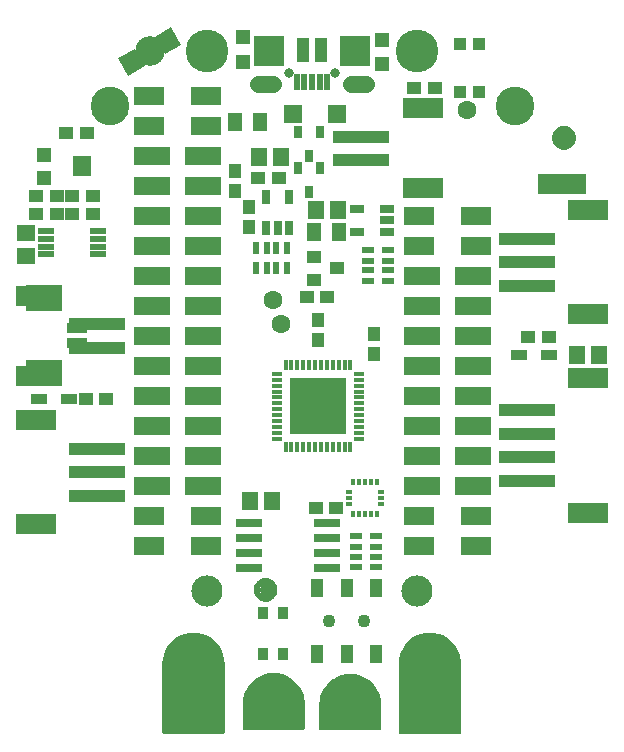
<source format=gbr>
G04 EAGLE Gerber RS-274X export*
G75*
%MOMM*%
%FSLAX34Y34*%
%LPD*%
%INSoldermask Top*%
%IPPOS*%
%AMOC8*
5,1,8,0,0,1.08239X$1,22.5*%
G01*
%ADD10C,2.641600*%
%ADD11C,3.276600*%
%ADD12R,1.176600X1.101600*%
%ADD13R,1.301600X1.601600*%
%ADD14R,1.301600X1.301600*%
%ADD15R,1.101600X1.176600*%
%ADD16C,1.101600*%
%ADD17C,0.500000*%
%ADD18R,1.101600X1.101600*%
%ADD19C,3.617600*%
%ADD20C,0.801600*%
%ADD21R,2.514600X2.514600*%
%ADD22C,1.409600*%
%ADD23R,1.101600X2.101600*%
%ADD24R,0.500000X1.450000*%
%ADD25R,1.301600X0.651600*%
%ADD26R,4.701600X1.101600*%
%ADD27R,3.501600X1.701600*%
%ADD28R,0.651600X1.301600*%
%ADD29R,1.341600X1.601600*%
%ADD30R,0.851600X0.351600*%
%ADD31R,0.351600X0.851600*%
%ADD32R,4.801600X4.801600*%
%ADD33C,1.601600*%
%ADD34R,0.951600X1.101600*%
%ADD35R,2.301600X0.701600*%
%ADD36R,2.641600X1.625600*%
%ADD37R,3.149600X1.625600*%
%ADD38R,1.301600X1.101600*%
%ADD39C,4.317600*%
%ADD40R,1.101600X1.601600*%
%ADD41R,1.401600X0.501600*%
%ADD42R,1.601600X1.341600*%
%ADD43R,1.601600X1.701600*%
%ADD44R,1.501600X1.501600*%
%ADD45R,0.736600X1.117600*%
%ADD46R,1.001600X0.551600*%
%ADD47R,3.501600X1.801600*%
%ADD48R,0.351600X0.601600*%
%ADD49R,0.601600X0.351600*%
%ADD50C,2.501600*%
%ADD51R,0.551600X1.001600*%
%ADD52R,4.165600X1.778000*%
%ADD53R,1.451600X0.901600*%
%ADD54R,1.701600X0.901600*%
%ADD55R,3.101600X2.201600*%

G36*
X125197Y-302878D02*
X125197Y-302878D01*
X125299Y-302870D01*
X125327Y-302858D01*
X125358Y-302853D01*
X125450Y-302809D01*
X125546Y-302771D01*
X125569Y-302751D01*
X125597Y-302738D01*
X125672Y-302668D01*
X125752Y-302603D01*
X125769Y-302577D01*
X125791Y-302556D01*
X125842Y-302467D01*
X125899Y-302382D01*
X125905Y-302358D01*
X125923Y-302326D01*
X125981Y-302066D01*
X125978Y-302028D01*
X125983Y-302005D01*
X125983Y-243205D01*
X125977Y-243166D01*
X125981Y-243142D01*
X125722Y-239527D01*
X125704Y-239446D01*
X125704Y-239401D01*
X124934Y-235860D01*
X124905Y-235783D01*
X124898Y-235739D01*
X123632Y-232343D01*
X123592Y-232270D01*
X123579Y-232228D01*
X121842Y-229047D01*
X121792Y-228981D01*
X121774Y-228940D01*
X119602Y-226039D01*
X119543Y-225981D01*
X119519Y-225943D01*
X116957Y-223381D01*
X116890Y-223332D01*
X116861Y-223298D01*
X113960Y-221126D01*
X113886Y-221087D01*
X113853Y-221058D01*
X110672Y-219321D01*
X110594Y-219292D01*
X110557Y-219268D01*
X107161Y-218002D01*
X107080Y-217985D01*
X107040Y-217966D01*
X103499Y-217196D01*
X103416Y-217190D01*
X103373Y-217178D01*
X99758Y-216919D01*
X99676Y-216926D01*
X99632Y-216919D01*
X96017Y-217178D01*
X95936Y-217196D01*
X95891Y-217196D01*
X92350Y-217966D01*
X92273Y-217996D01*
X92229Y-218002D01*
X88833Y-219268D01*
X88760Y-219308D01*
X88718Y-219321D01*
X85537Y-221058D01*
X85471Y-221108D01*
X85430Y-221126D01*
X82529Y-223298D01*
X82471Y-223357D01*
X82433Y-223381D01*
X79871Y-225943D01*
X79822Y-226010D01*
X79788Y-226039D01*
X77616Y-228940D01*
X77577Y-229014D01*
X77548Y-229047D01*
X75811Y-232228D01*
X75782Y-232306D01*
X75758Y-232343D01*
X74492Y-235739D01*
X74475Y-235820D01*
X74456Y-235860D01*
X73686Y-239401D01*
X73680Y-239484D01*
X73668Y-239527D01*
X73409Y-243142D01*
X73412Y-243181D01*
X73407Y-243205D01*
X73407Y-302005D01*
X73422Y-302107D01*
X73430Y-302209D01*
X73442Y-302237D01*
X73447Y-302268D01*
X73491Y-302360D01*
X73529Y-302456D01*
X73549Y-302479D01*
X73562Y-302507D01*
X73632Y-302582D01*
X73697Y-302662D01*
X73723Y-302679D01*
X73744Y-302701D01*
X73833Y-302752D01*
X73918Y-302809D01*
X73942Y-302815D01*
X73974Y-302833D01*
X74234Y-302891D01*
X74272Y-302888D01*
X74295Y-302893D01*
X125095Y-302893D01*
X125197Y-302878D01*
G37*
G36*
X-74828Y-302878D02*
X-74828Y-302878D01*
X-74726Y-302870D01*
X-74698Y-302858D01*
X-74667Y-302853D01*
X-74575Y-302809D01*
X-74479Y-302771D01*
X-74456Y-302751D01*
X-74428Y-302738D01*
X-74353Y-302668D01*
X-74273Y-302603D01*
X-74256Y-302577D01*
X-74234Y-302556D01*
X-74183Y-302467D01*
X-74126Y-302382D01*
X-74120Y-302358D01*
X-74102Y-302326D01*
X-74044Y-302066D01*
X-74047Y-302028D01*
X-74042Y-302005D01*
X-74042Y-243205D01*
X-74048Y-243166D01*
X-74044Y-243142D01*
X-74303Y-239527D01*
X-74321Y-239446D01*
X-74321Y-239401D01*
X-75091Y-235860D01*
X-75121Y-235783D01*
X-75127Y-235739D01*
X-76393Y-232343D01*
X-76433Y-232270D01*
X-76446Y-232228D01*
X-78183Y-229047D01*
X-78233Y-228981D01*
X-78251Y-228940D01*
X-80423Y-226039D01*
X-80482Y-225981D01*
X-80506Y-225943D01*
X-83068Y-223381D01*
X-83135Y-223332D01*
X-83164Y-223298D01*
X-86065Y-221126D01*
X-86139Y-221087D01*
X-86172Y-221058D01*
X-89353Y-219321D01*
X-89431Y-219292D01*
X-89468Y-219268D01*
X-92864Y-218002D01*
X-92945Y-217985D01*
X-92985Y-217966D01*
X-96526Y-217196D01*
X-96609Y-217190D01*
X-96652Y-217178D01*
X-100267Y-216919D01*
X-100349Y-216926D01*
X-100393Y-216919D01*
X-104008Y-217178D01*
X-104089Y-217196D01*
X-104134Y-217196D01*
X-107675Y-217966D01*
X-107752Y-217996D01*
X-107796Y-218002D01*
X-111192Y-219268D01*
X-111265Y-219308D01*
X-111307Y-219321D01*
X-114488Y-221058D01*
X-114554Y-221108D01*
X-114595Y-221126D01*
X-117496Y-223298D01*
X-117554Y-223357D01*
X-117592Y-223381D01*
X-120154Y-225943D01*
X-120203Y-226010D01*
X-120237Y-226039D01*
X-122409Y-228940D01*
X-122448Y-229014D01*
X-122477Y-229047D01*
X-124214Y-232228D01*
X-124243Y-232306D01*
X-124267Y-232343D01*
X-125533Y-235739D01*
X-125550Y-235820D01*
X-125569Y-235860D01*
X-126339Y-239401D01*
X-126345Y-239484D01*
X-126357Y-239527D01*
X-126616Y-243142D01*
X-126613Y-243181D01*
X-126618Y-243205D01*
X-126618Y-302005D01*
X-126603Y-302107D01*
X-126595Y-302209D01*
X-126583Y-302237D01*
X-126578Y-302268D01*
X-126534Y-302360D01*
X-126496Y-302456D01*
X-126476Y-302479D01*
X-126463Y-302507D01*
X-126393Y-302582D01*
X-126328Y-302662D01*
X-126302Y-302679D01*
X-126281Y-302701D01*
X-126192Y-302752D01*
X-126107Y-302809D01*
X-126083Y-302815D01*
X-126051Y-302833D01*
X-125791Y-302891D01*
X-125753Y-302888D01*
X-125730Y-302893D01*
X-74930Y-302893D01*
X-74828Y-302878D01*
G37*
G36*
X-6883Y-299068D02*
X-6883Y-299068D01*
X-6781Y-299060D01*
X-6753Y-299048D01*
X-6722Y-299043D01*
X-6630Y-298999D01*
X-6534Y-298961D01*
X-6511Y-298941D01*
X-6483Y-298928D01*
X-6408Y-298858D01*
X-6328Y-298793D01*
X-6311Y-298767D01*
X-6289Y-298746D01*
X-6238Y-298657D01*
X-6181Y-298572D01*
X-6175Y-298548D01*
X-6157Y-298516D01*
X-6099Y-298256D01*
X-6102Y-298218D01*
X-6097Y-298195D01*
X-6097Y-277495D01*
X-6103Y-277456D01*
X-6099Y-277432D01*
X-6358Y-273817D01*
X-6376Y-273736D01*
X-6376Y-273691D01*
X-7146Y-270150D01*
X-7176Y-270073D01*
X-7182Y-270029D01*
X-8448Y-266633D01*
X-8488Y-266560D01*
X-8501Y-266518D01*
X-10238Y-263337D01*
X-10288Y-263271D01*
X-10306Y-263230D01*
X-12478Y-260329D01*
X-12537Y-260271D01*
X-12561Y-260233D01*
X-15123Y-257671D01*
X-15190Y-257622D01*
X-15219Y-257588D01*
X-18120Y-255416D01*
X-18194Y-255377D01*
X-18227Y-255348D01*
X-21408Y-253611D01*
X-21486Y-253582D01*
X-21523Y-253558D01*
X-24919Y-252292D01*
X-25000Y-252275D01*
X-25040Y-252256D01*
X-28581Y-251486D01*
X-28664Y-251480D01*
X-28707Y-251468D01*
X-32322Y-251209D01*
X-32404Y-251216D01*
X-32448Y-251209D01*
X-36063Y-251468D01*
X-36144Y-251486D01*
X-36189Y-251486D01*
X-39730Y-252256D01*
X-39807Y-252286D01*
X-39851Y-252292D01*
X-43247Y-253558D01*
X-43320Y-253598D01*
X-43362Y-253611D01*
X-46543Y-255348D01*
X-46609Y-255398D01*
X-46650Y-255416D01*
X-49551Y-257588D01*
X-49609Y-257647D01*
X-49647Y-257671D01*
X-52209Y-260233D01*
X-52258Y-260300D01*
X-52292Y-260329D01*
X-54464Y-263230D01*
X-54503Y-263304D01*
X-54532Y-263337D01*
X-56269Y-266518D01*
X-56298Y-266596D01*
X-56322Y-266633D01*
X-57588Y-270029D01*
X-57605Y-270110D01*
X-57624Y-270150D01*
X-58394Y-273691D01*
X-58400Y-273774D01*
X-58412Y-273817D01*
X-58671Y-277432D01*
X-58668Y-277471D01*
X-58673Y-277495D01*
X-58673Y-298195D01*
X-58658Y-298297D01*
X-58650Y-298399D01*
X-58638Y-298427D01*
X-58633Y-298458D01*
X-58589Y-298550D01*
X-58551Y-298646D01*
X-58531Y-298669D01*
X-58518Y-298697D01*
X-58448Y-298772D01*
X-58383Y-298852D01*
X-58357Y-298869D01*
X-58336Y-298891D01*
X-58247Y-298942D01*
X-58162Y-298999D01*
X-58138Y-299005D01*
X-58106Y-299023D01*
X-57846Y-299081D01*
X-57808Y-299078D01*
X-57785Y-299083D01*
X-6985Y-299083D01*
X-6883Y-299068D01*
G37*
G36*
X57887Y-299703D02*
X57887Y-299703D01*
X57989Y-299695D01*
X58017Y-299683D01*
X58048Y-299678D01*
X58140Y-299634D01*
X58236Y-299596D01*
X58259Y-299576D01*
X58287Y-299563D01*
X58362Y-299493D01*
X58442Y-299428D01*
X58459Y-299402D01*
X58481Y-299381D01*
X58532Y-299292D01*
X58589Y-299207D01*
X58595Y-299183D01*
X58613Y-299151D01*
X58671Y-298891D01*
X58668Y-298853D01*
X58673Y-298830D01*
X58673Y-278130D01*
X58667Y-278091D01*
X58671Y-278067D01*
X58412Y-274452D01*
X58394Y-274371D01*
X58394Y-274326D01*
X57624Y-270785D01*
X57595Y-270708D01*
X57588Y-270664D01*
X56322Y-267268D01*
X56282Y-267195D01*
X56269Y-267153D01*
X54532Y-263972D01*
X54482Y-263906D01*
X54464Y-263865D01*
X52292Y-260964D01*
X52233Y-260906D01*
X52209Y-260868D01*
X49647Y-258306D01*
X49580Y-258257D01*
X49551Y-258223D01*
X46650Y-256051D01*
X46576Y-256012D01*
X46543Y-255983D01*
X43362Y-254246D01*
X43284Y-254217D01*
X43247Y-254193D01*
X39851Y-252927D01*
X39770Y-252910D01*
X39730Y-252891D01*
X36189Y-252121D01*
X36106Y-252115D01*
X36063Y-252103D01*
X32448Y-251844D01*
X32366Y-251851D01*
X32322Y-251844D01*
X28707Y-252103D01*
X28626Y-252121D01*
X28581Y-252121D01*
X25040Y-252891D01*
X24963Y-252921D01*
X24919Y-252927D01*
X21523Y-254193D01*
X21450Y-254233D01*
X21408Y-254246D01*
X18227Y-255983D01*
X18161Y-256033D01*
X18120Y-256051D01*
X15219Y-258223D01*
X15161Y-258282D01*
X15123Y-258306D01*
X12561Y-260868D01*
X12512Y-260935D01*
X12478Y-260964D01*
X10306Y-263865D01*
X10267Y-263939D01*
X10238Y-263972D01*
X8501Y-267153D01*
X8472Y-267231D01*
X8448Y-267268D01*
X7182Y-270664D01*
X7165Y-270745D01*
X7146Y-270785D01*
X6376Y-274326D01*
X6370Y-274409D01*
X6358Y-274452D01*
X6099Y-278067D01*
X6102Y-278106D01*
X6097Y-278130D01*
X6097Y-298830D01*
X6112Y-298932D01*
X6120Y-299034D01*
X6132Y-299062D01*
X6137Y-299093D01*
X6181Y-299185D01*
X6219Y-299281D01*
X6239Y-299304D01*
X6252Y-299332D01*
X6322Y-299407D01*
X6387Y-299487D01*
X6413Y-299504D01*
X6434Y-299526D01*
X6523Y-299577D01*
X6608Y-299634D01*
X6632Y-299640D01*
X6664Y-299658D01*
X6924Y-299716D01*
X6962Y-299713D01*
X6985Y-299718D01*
X57785Y-299718D01*
X57887Y-299703D01*
G37*
D10*
X88900Y-181610D03*
X-88900Y-181610D03*
D11*
X-171450Y228600D03*
X171450Y228600D03*
D12*
X-4180Y67140D03*
X12820Y67140D03*
D13*
X22600Y122405D03*
X1600Y122405D03*
D14*
X59290Y285040D03*
X59290Y264040D03*
D15*
X-65139Y173727D03*
X-65139Y156727D03*
D12*
X103750Y243840D03*
X86750Y243840D03*
D16*
X213360Y201930D03*
D17*
X213360Y194430D02*
X213541Y194432D01*
X213722Y194439D01*
X213903Y194450D01*
X214084Y194465D01*
X214264Y194485D01*
X214444Y194509D01*
X214623Y194537D01*
X214801Y194570D01*
X214978Y194607D01*
X215155Y194648D01*
X215330Y194693D01*
X215505Y194743D01*
X215678Y194797D01*
X215849Y194855D01*
X216020Y194917D01*
X216188Y194984D01*
X216355Y195054D01*
X216521Y195128D01*
X216684Y195207D01*
X216845Y195289D01*
X217005Y195375D01*
X217162Y195465D01*
X217317Y195559D01*
X217470Y195656D01*
X217620Y195758D01*
X217768Y195862D01*
X217914Y195971D01*
X218056Y196082D01*
X218196Y196198D01*
X218333Y196316D01*
X218468Y196438D01*
X218599Y196563D01*
X218727Y196691D01*
X218852Y196822D01*
X218974Y196957D01*
X219092Y197094D01*
X219208Y197234D01*
X219319Y197376D01*
X219428Y197522D01*
X219532Y197670D01*
X219634Y197820D01*
X219731Y197973D01*
X219825Y198128D01*
X219915Y198285D01*
X220001Y198445D01*
X220083Y198606D01*
X220162Y198769D01*
X220236Y198935D01*
X220306Y199102D01*
X220373Y199270D01*
X220435Y199441D01*
X220493Y199612D01*
X220547Y199785D01*
X220597Y199960D01*
X220642Y200135D01*
X220683Y200312D01*
X220720Y200489D01*
X220753Y200667D01*
X220781Y200846D01*
X220805Y201026D01*
X220825Y201206D01*
X220840Y201387D01*
X220851Y201568D01*
X220858Y201749D01*
X220860Y201930D01*
X213360Y194430D02*
X213179Y194432D01*
X212998Y194439D01*
X212817Y194450D01*
X212636Y194465D01*
X212456Y194485D01*
X212276Y194509D01*
X212097Y194537D01*
X211919Y194570D01*
X211742Y194607D01*
X211565Y194648D01*
X211390Y194693D01*
X211215Y194743D01*
X211042Y194797D01*
X210871Y194855D01*
X210700Y194917D01*
X210532Y194984D01*
X210365Y195054D01*
X210199Y195128D01*
X210036Y195207D01*
X209875Y195289D01*
X209715Y195375D01*
X209558Y195465D01*
X209403Y195559D01*
X209250Y195656D01*
X209100Y195758D01*
X208952Y195862D01*
X208806Y195971D01*
X208664Y196082D01*
X208524Y196198D01*
X208387Y196316D01*
X208252Y196438D01*
X208121Y196563D01*
X207993Y196691D01*
X207868Y196822D01*
X207746Y196957D01*
X207628Y197094D01*
X207512Y197234D01*
X207401Y197376D01*
X207292Y197522D01*
X207188Y197670D01*
X207086Y197820D01*
X206989Y197973D01*
X206895Y198128D01*
X206805Y198285D01*
X206719Y198445D01*
X206637Y198606D01*
X206558Y198769D01*
X206484Y198935D01*
X206414Y199102D01*
X206347Y199270D01*
X206285Y199441D01*
X206227Y199612D01*
X206173Y199785D01*
X206123Y199960D01*
X206078Y200135D01*
X206037Y200312D01*
X206000Y200489D01*
X205967Y200667D01*
X205939Y200846D01*
X205915Y201026D01*
X205895Y201206D01*
X205880Y201387D01*
X205869Y201568D01*
X205862Y201749D01*
X205860Y201930D01*
X205862Y202111D01*
X205869Y202292D01*
X205880Y202473D01*
X205895Y202654D01*
X205915Y202834D01*
X205939Y203014D01*
X205967Y203193D01*
X206000Y203371D01*
X206037Y203548D01*
X206078Y203725D01*
X206123Y203900D01*
X206173Y204075D01*
X206227Y204248D01*
X206285Y204419D01*
X206347Y204590D01*
X206414Y204758D01*
X206484Y204925D01*
X206558Y205091D01*
X206637Y205254D01*
X206719Y205415D01*
X206805Y205575D01*
X206895Y205732D01*
X206989Y205887D01*
X207086Y206040D01*
X207188Y206190D01*
X207292Y206338D01*
X207401Y206484D01*
X207512Y206626D01*
X207628Y206766D01*
X207746Y206903D01*
X207868Y207038D01*
X207993Y207169D01*
X208121Y207297D01*
X208252Y207422D01*
X208387Y207544D01*
X208524Y207662D01*
X208664Y207778D01*
X208806Y207889D01*
X208952Y207998D01*
X209100Y208102D01*
X209250Y208204D01*
X209403Y208301D01*
X209558Y208395D01*
X209715Y208485D01*
X209875Y208571D01*
X210036Y208653D01*
X210199Y208732D01*
X210365Y208806D01*
X210532Y208876D01*
X210700Y208943D01*
X210871Y209005D01*
X211042Y209063D01*
X211215Y209117D01*
X211390Y209167D01*
X211565Y209212D01*
X211742Y209253D01*
X211919Y209290D01*
X212097Y209323D01*
X212276Y209351D01*
X212456Y209375D01*
X212636Y209395D01*
X212817Y209410D01*
X212998Y209421D01*
X213179Y209428D01*
X213360Y209430D01*
X213541Y209428D01*
X213722Y209421D01*
X213903Y209410D01*
X214084Y209395D01*
X214264Y209375D01*
X214444Y209351D01*
X214623Y209323D01*
X214801Y209290D01*
X214978Y209253D01*
X215155Y209212D01*
X215330Y209167D01*
X215505Y209117D01*
X215678Y209063D01*
X215849Y209005D01*
X216020Y208943D01*
X216188Y208876D01*
X216355Y208806D01*
X216521Y208732D01*
X216684Y208653D01*
X216845Y208571D01*
X217005Y208485D01*
X217162Y208395D01*
X217317Y208301D01*
X217470Y208204D01*
X217620Y208102D01*
X217768Y207998D01*
X217914Y207889D01*
X218056Y207778D01*
X218196Y207662D01*
X218333Y207544D01*
X218468Y207422D01*
X218599Y207297D01*
X218727Y207169D01*
X218852Y207038D01*
X218974Y206903D01*
X219092Y206766D01*
X219208Y206626D01*
X219319Y206484D01*
X219428Y206338D01*
X219532Y206190D01*
X219634Y206040D01*
X219731Y205887D01*
X219825Y205732D01*
X219915Y205575D01*
X220001Y205415D01*
X220083Y205254D01*
X220162Y205091D01*
X220236Y204925D01*
X220306Y204758D01*
X220373Y204590D01*
X220435Y204419D01*
X220493Y204248D01*
X220547Y204075D01*
X220597Y203900D01*
X220642Y203725D01*
X220683Y203548D01*
X220720Y203371D01*
X220753Y203193D01*
X220781Y203014D01*
X220805Y202834D01*
X220825Y202654D01*
X220840Y202473D01*
X220851Y202292D01*
X220858Y202111D01*
X220860Y201930D01*
D16*
X-39300Y-180812D03*
D17*
X-39300Y-188312D02*
X-39119Y-188310D01*
X-38938Y-188303D01*
X-38757Y-188292D01*
X-38576Y-188277D01*
X-38396Y-188257D01*
X-38216Y-188233D01*
X-38037Y-188205D01*
X-37859Y-188172D01*
X-37682Y-188135D01*
X-37505Y-188094D01*
X-37330Y-188049D01*
X-37155Y-187999D01*
X-36982Y-187945D01*
X-36811Y-187887D01*
X-36640Y-187825D01*
X-36472Y-187758D01*
X-36305Y-187688D01*
X-36139Y-187614D01*
X-35976Y-187535D01*
X-35815Y-187453D01*
X-35655Y-187367D01*
X-35498Y-187277D01*
X-35343Y-187183D01*
X-35190Y-187086D01*
X-35040Y-186984D01*
X-34892Y-186880D01*
X-34746Y-186771D01*
X-34604Y-186660D01*
X-34464Y-186544D01*
X-34327Y-186426D01*
X-34192Y-186304D01*
X-34061Y-186179D01*
X-33933Y-186051D01*
X-33808Y-185920D01*
X-33686Y-185785D01*
X-33568Y-185648D01*
X-33452Y-185508D01*
X-33341Y-185366D01*
X-33232Y-185220D01*
X-33128Y-185072D01*
X-33026Y-184922D01*
X-32929Y-184769D01*
X-32835Y-184614D01*
X-32745Y-184457D01*
X-32659Y-184297D01*
X-32577Y-184136D01*
X-32498Y-183973D01*
X-32424Y-183807D01*
X-32354Y-183640D01*
X-32287Y-183472D01*
X-32225Y-183301D01*
X-32167Y-183130D01*
X-32113Y-182957D01*
X-32063Y-182782D01*
X-32018Y-182607D01*
X-31977Y-182430D01*
X-31940Y-182253D01*
X-31907Y-182075D01*
X-31879Y-181896D01*
X-31855Y-181716D01*
X-31835Y-181536D01*
X-31820Y-181355D01*
X-31809Y-181174D01*
X-31802Y-180993D01*
X-31800Y-180812D01*
X-39300Y-188312D02*
X-39481Y-188310D01*
X-39662Y-188303D01*
X-39843Y-188292D01*
X-40024Y-188277D01*
X-40204Y-188257D01*
X-40384Y-188233D01*
X-40563Y-188205D01*
X-40741Y-188172D01*
X-40918Y-188135D01*
X-41095Y-188094D01*
X-41270Y-188049D01*
X-41445Y-187999D01*
X-41618Y-187945D01*
X-41789Y-187887D01*
X-41960Y-187825D01*
X-42128Y-187758D01*
X-42295Y-187688D01*
X-42461Y-187614D01*
X-42624Y-187535D01*
X-42785Y-187453D01*
X-42945Y-187367D01*
X-43102Y-187277D01*
X-43257Y-187183D01*
X-43410Y-187086D01*
X-43560Y-186984D01*
X-43708Y-186880D01*
X-43854Y-186771D01*
X-43996Y-186660D01*
X-44136Y-186544D01*
X-44273Y-186426D01*
X-44408Y-186304D01*
X-44539Y-186179D01*
X-44667Y-186051D01*
X-44792Y-185920D01*
X-44914Y-185785D01*
X-45032Y-185648D01*
X-45148Y-185508D01*
X-45259Y-185366D01*
X-45368Y-185220D01*
X-45472Y-185072D01*
X-45574Y-184922D01*
X-45671Y-184769D01*
X-45765Y-184614D01*
X-45855Y-184457D01*
X-45941Y-184297D01*
X-46023Y-184136D01*
X-46102Y-183973D01*
X-46176Y-183807D01*
X-46246Y-183640D01*
X-46313Y-183472D01*
X-46375Y-183301D01*
X-46433Y-183130D01*
X-46487Y-182957D01*
X-46537Y-182782D01*
X-46582Y-182607D01*
X-46623Y-182430D01*
X-46660Y-182253D01*
X-46693Y-182075D01*
X-46721Y-181896D01*
X-46745Y-181716D01*
X-46765Y-181536D01*
X-46780Y-181355D01*
X-46791Y-181174D01*
X-46798Y-180993D01*
X-46800Y-180812D01*
X-46798Y-180631D01*
X-46791Y-180450D01*
X-46780Y-180269D01*
X-46765Y-180088D01*
X-46745Y-179908D01*
X-46721Y-179728D01*
X-46693Y-179549D01*
X-46660Y-179371D01*
X-46623Y-179194D01*
X-46582Y-179017D01*
X-46537Y-178842D01*
X-46487Y-178667D01*
X-46433Y-178494D01*
X-46375Y-178323D01*
X-46313Y-178152D01*
X-46246Y-177984D01*
X-46176Y-177817D01*
X-46102Y-177651D01*
X-46023Y-177488D01*
X-45941Y-177327D01*
X-45855Y-177167D01*
X-45765Y-177010D01*
X-45671Y-176855D01*
X-45574Y-176702D01*
X-45472Y-176552D01*
X-45368Y-176404D01*
X-45259Y-176258D01*
X-45148Y-176116D01*
X-45032Y-175976D01*
X-44914Y-175839D01*
X-44792Y-175704D01*
X-44667Y-175573D01*
X-44539Y-175445D01*
X-44408Y-175320D01*
X-44273Y-175198D01*
X-44136Y-175080D01*
X-43996Y-174964D01*
X-43854Y-174853D01*
X-43708Y-174744D01*
X-43560Y-174640D01*
X-43410Y-174538D01*
X-43257Y-174441D01*
X-43102Y-174347D01*
X-42945Y-174257D01*
X-42785Y-174171D01*
X-42624Y-174089D01*
X-42461Y-174010D01*
X-42295Y-173936D01*
X-42128Y-173866D01*
X-41960Y-173799D01*
X-41789Y-173737D01*
X-41618Y-173679D01*
X-41445Y-173625D01*
X-41270Y-173575D01*
X-41095Y-173530D01*
X-40918Y-173489D01*
X-40741Y-173452D01*
X-40563Y-173419D01*
X-40384Y-173391D01*
X-40204Y-173367D01*
X-40024Y-173347D01*
X-39843Y-173332D01*
X-39662Y-173321D01*
X-39481Y-173314D01*
X-39300Y-173312D01*
X-39119Y-173314D01*
X-38938Y-173321D01*
X-38757Y-173332D01*
X-38576Y-173347D01*
X-38396Y-173367D01*
X-38216Y-173391D01*
X-38037Y-173419D01*
X-37859Y-173452D01*
X-37682Y-173489D01*
X-37505Y-173530D01*
X-37330Y-173575D01*
X-37155Y-173625D01*
X-36982Y-173679D01*
X-36811Y-173737D01*
X-36640Y-173799D01*
X-36472Y-173866D01*
X-36305Y-173936D01*
X-36139Y-174010D01*
X-35976Y-174089D01*
X-35815Y-174171D01*
X-35655Y-174257D01*
X-35498Y-174347D01*
X-35343Y-174441D01*
X-35190Y-174538D01*
X-35040Y-174640D01*
X-34892Y-174744D01*
X-34746Y-174853D01*
X-34604Y-174964D01*
X-34464Y-175080D01*
X-34327Y-175198D01*
X-34192Y-175320D01*
X-34061Y-175445D01*
X-33933Y-175573D01*
X-33808Y-175704D01*
X-33686Y-175839D01*
X-33568Y-175976D01*
X-33452Y-176116D01*
X-33341Y-176258D01*
X-33232Y-176404D01*
X-33128Y-176552D01*
X-33026Y-176702D01*
X-32929Y-176855D01*
X-32835Y-177010D01*
X-32745Y-177167D01*
X-32659Y-177327D01*
X-32577Y-177488D01*
X-32498Y-177651D01*
X-32424Y-177817D01*
X-32354Y-177984D01*
X-32287Y-178152D01*
X-32225Y-178323D01*
X-32167Y-178494D01*
X-32113Y-178667D01*
X-32063Y-178842D01*
X-32018Y-179017D01*
X-31977Y-179194D01*
X-31940Y-179371D01*
X-31907Y-179549D01*
X-31879Y-179728D01*
X-31855Y-179908D01*
X-31835Y-180088D01*
X-31820Y-180269D01*
X-31809Y-180450D01*
X-31802Y-180631D01*
X-31800Y-180812D01*
D18*
X125350Y280985D03*
X141350Y280985D03*
X141350Y240985D03*
X125350Y240985D03*
D19*
X88900Y275590D03*
X-88900Y275590D03*
D20*
X19500Y256540D03*
X-19500Y256540D03*
D21*
X-36000Y275540D03*
X36000Y275540D03*
D22*
X33000Y247540D02*
X46080Y247540D01*
X-33000Y247540D02*
X-46080Y247540D01*
D23*
X7500Y276540D03*
X-7500Y276540D03*
D24*
X13000Y248790D03*
X6500Y248790D03*
X0Y248790D03*
X-6500Y248790D03*
X-13000Y248790D03*
D25*
X63801Y122580D03*
X63801Y132080D03*
X63801Y141580D03*
X37799Y141580D03*
X37799Y122580D03*
D26*
X41740Y203040D03*
X41740Y183040D03*
D27*
X93740Y227040D03*
X93740Y159040D03*
D28*
X-38710Y125429D03*
X-29210Y125429D03*
X-19710Y125429D03*
X-19710Y151431D03*
X-38710Y151431D03*
D14*
X-58420Y266360D03*
X-58420Y287360D03*
D15*
X-53340Y143120D03*
X-53340Y126120D03*
D29*
X22200Y140970D03*
X3200Y140970D03*
D12*
X-45330Y167640D03*
X-28330Y167640D03*
D30*
X-29670Y2100D03*
X-29670Y-2900D03*
X-29670Y-7900D03*
X-29670Y-12900D03*
X-29670Y-17900D03*
X-29670Y-22900D03*
X-29670Y-27900D03*
X-29670Y-32900D03*
X-29670Y-37900D03*
X-29670Y-42900D03*
X-29670Y-47900D03*
D31*
X-22420Y-60150D03*
X-17420Y-60150D03*
X-12420Y-60150D03*
X-7420Y-60150D03*
X-2420Y-60150D03*
X2580Y-60150D03*
X7580Y-60150D03*
X12580Y-60150D03*
X17580Y-60150D03*
X22580Y-60150D03*
X27580Y-60150D03*
D30*
X39830Y-52900D03*
X39830Y-47900D03*
X39830Y-42900D03*
X39830Y-37900D03*
X39830Y-32900D03*
X39830Y-27900D03*
X39830Y-22900D03*
X39830Y-17900D03*
X39830Y-12900D03*
X39830Y-7900D03*
X39830Y-2900D03*
D31*
X32580Y9350D03*
X27580Y9350D03*
X22580Y9350D03*
X17580Y9350D03*
X12580Y9350D03*
X7580Y9350D03*
X2580Y9350D03*
X-2420Y9350D03*
X-7420Y9350D03*
X-12420Y9350D03*
X-17420Y9350D03*
D32*
X5080Y-25400D03*
D30*
X-29670Y-52900D03*
D31*
X32580Y-60150D03*
D30*
X39830Y2100D03*
D31*
X-22420Y9350D03*
D15*
X5080Y30870D03*
X5080Y47870D03*
D29*
X-33680Y-105410D03*
X-52680Y-105410D03*
D33*
X-33020Y64770D03*
X-26670Y44450D03*
D34*
X-24270Y-200305D03*
X-24270Y-235305D03*
X-41770Y-200305D03*
X-41770Y-235305D03*
D35*
X12830Y-149860D03*
X-53470Y-149860D03*
X12830Y-162560D03*
X12830Y-137160D03*
X12830Y-124460D03*
X-53470Y-162560D03*
X-53470Y-137160D03*
X-53470Y-124460D03*
D36*
X-90170Y237490D03*
X-138430Y237490D03*
X-90170Y212090D03*
X-138430Y212090D03*
D37*
X-135890Y186690D03*
X-92710Y186690D03*
X-135890Y161290D03*
X-92710Y161290D03*
X-135890Y135890D03*
X-92710Y135890D03*
X-135890Y110490D03*
X-92710Y110490D03*
X-135890Y85090D03*
X-92710Y85090D03*
X-135890Y59690D03*
X-92710Y59690D03*
X-135890Y34290D03*
X-92710Y34290D03*
X-135890Y8890D03*
X-92710Y8890D03*
X-135890Y-16510D03*
X-92710Y-16510D03*
X-135890Y-41910D03*
X-92710Y-41910D03*
X-135890Y-67310D03*
X-92710Y-67310D03*
X-135890Y-92710D03*
X-92710Y-92710D03*
D36*
X-138430Y-118110D03*
X-90170Y-118110D03*
X-138430Y-143510D03*
X-90170Y-143510D03*
X138430Y135890D03*
X90170Y135890D03*
X138430Y110490D03*
X90170Y110490D03*
D37*
X92710Y85090D03*
X135890Y85090D03*
X92710Y59690D03*
X135890Y59690D03*
X92710Y34290D03*
X135890Y34290D03*
X92710Y8890D03*
X135890Y8890D03*
X92710Y-16510D03*
X135890Y-16510D03*
X92710Y-41910D03*
X135890Y-41910D03*
X92710Y-67310D03*
X135890Y-67310D03*
X92710Y-92710D03*
X135890Y-92710D03*
D36*
X90170Y-118110D03*
X138430Y-118110D03*
X90170Y-143510D03*
X138430Y-143510D03*
D29*
X224180Y18415D03*
X243180Y18415D03*
D13*
X-65110Y215265D03*
X-44110Y215265D03*
D38*
X21430Y91440D03*
X1430Y81940D03*
X1430Y100940D03*
D39*
X-100330Y-239395D03*
X-32385Y-273685D03*
X32385Y-274320D03*
X99695Y-239395D03*
D26*
X181915Y116520D03*
X181915Y96520D03*
D27*
X233915Y140520D03*
X233915Y52520D03*
D26*
X181915Y76520D03*
X-181915Y-101280D03*
X-181915Y-81280D03*
D27*
X-233915Y-125280D03*
X-233915Y-37280D03*
D26*
X-181915Y-61280D03*
X-182075Y24290D03*
X-182075Y44290D03*
D27*
X-234075Y290D03*
X-234075Y68290D03*
D40*
X54210Y-235010D03*
X29210Y-235010D03*
X4210Y-235010D03*
X4210Y-179010D03*
X29210Y-179010D03*
X54210Y-179010D03*
D16*
X14210Y-207010D03*
X44210Y-207010D03*
D41*
X-181200Y103280D03*
X-181200Y109780D03*
X-181200Y116280D03*
X-181200Y122780D03*
X-225200Y122780D03*
X-225200Y116280D03*
X-225200Y109780D03*
X-225200Y103280D03*
D12*
X-233290Y137160D03*
X-216290Y137160D03*
X-202810Y152400D03*
X-185810Y152400D03*
X-233290Y152400D03*
X-216290Y152400D03*
D42*
X-242570Y121260D03*
X-242570Y102260D03*
D43*
X-194320Y177800D03*
D14*
X-226820Y187800D03*
X-226820Y167800D03*
D12*
X-202810Y137160D03*
X-185810Y137160D03*
D29*
X-26060Y185420D03*
X-45060Y185420D03*
D44*
X-15960Y222250D03*
X21040Y222250D03*
D45*
X-2540Y156370D03*
X-12040Y176370D03*
X6960Y176370D03*
D46*
X47380Y80980D03*
X64380Y80980D03*
X47380Y89980D03*
X47380Y97980D03*
X47380Y106980D03*
X64380Y106980D03*
X64380Y89980D03*
X64380Y97980D03*
D26*
X182075Y-28420D03*
X182075Y-48420D03*
D47*
X234075Y-1420D03*
X234075Y-115420D03*
D26*
X182075Y-68420D03*
X182075Y-88420D03*
D45*
X-2540Y186850D03*
X-12040Y206850D03*
X6960Y206850D03*
D48*
X35085Y-116370D03*
X40085Y-116370D03*
X45085Y-116370D03*
X50085Y-116370D03*
X55085Y-116370D03*
D49*
X58585Y-107870D03*
X58585Y-102870D03*
X58585Y-97870D03*
D48*
X55085Y-89370D03*
X50085Y-89370D03*
X45085Y-89370D03*
X40085Y-89370D03*
X35085Y-89370D03*
D49*
X31585Y-97870D03*
X31585Y-102870D03*
X31585Y-107870D03*
D43*
G36*
X-141766Y262668D02*
X-155636Y254660D01*
X-164144Y269396D01*
X-150274Y277404D01*
X-141766Y262668D01*
G37*
G36*
X-110589Y280668D02*
X-124459Y272660D01*
X-132967Y287396D01*
X-119097Y295404D01*
X-110589Y280668D01*
G37*
D50*
X-137367Y275032D03*
D12*
X-207890Y206375D03*
X-190890Y206375D03*
D46*
X37220Y-161590D03*
X54220Y-161590D03*
X37220Y-152590D03*
X37220Y-144590D03*
X37220Y-135590D03*
X54220Y-135590D03*
X54220Y-152590D03*
X54220Y-144590D03*
D51*
X-21290Y91830D03*
X-21290Y108830D03*
X-30290Y91830D03*
X-38290Y91830D03*
X-47290Y91830D03*
X-47290Y108830D03*
X-30290Y108830D03*
X-38290Y108830D03*
D33*
X130810Y225425D03*
D12*
X20565Y-111760D03*
X3565Y-111760D03*
D15*
X52070Y18805D03*
X52070Y35805D03*
D52*
X211455Y162560D03*
D12*
X-174380Y-19050D03*
X-191380Y-19050D03*
X183270Y33020D03*
X200270Y33020D03*
D53*
X-205740Y-19050D03*
X-231140Y-19050D03*
X200660Y17780D03*
X175260Y17780D03*
D54*
X-199390Y40540D03*
X-199390Y28040D03*
D55*
X-226890Y66140D03*
X-226890Y2440D03*
M02*

</source>
